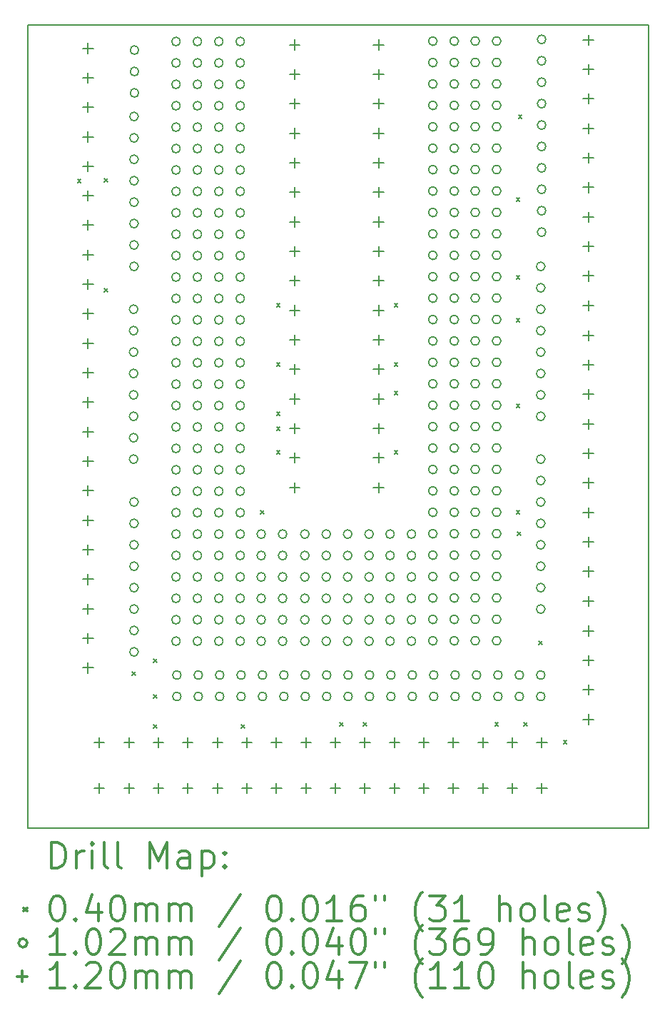
<source format=gbr>
%FSLAX45Y45*%
G04 Gerber Fmt 4.5, Leading zero omitted, Abs format (unit mm)*
G04 Created by KiCad (PCBNEW 201609150817+7155~55~ubuntu16.04.1-) date Thu Sep 29 09:43:52 2016*
%MOMM*%
%LPD*%
G01*
G04 APERTURE LIST*
%ADD10C,0.127000*%
%ADD11C,0.150000*%
%ADD12C,0.200000*%
%ADD13C,0.300000*%
G04 APERTURE END LIST*
D10*
D11*
X12446000Y-15240000D02*
X12446000Y-5715000D01*
X5080000Y-15240000D02*
X12446000Y-15240000D01*
X5080000Y-5715000D02*
X5080000Y-15240000D01*
X12446000Y-5715000D02*
X5080000Y-5715000D01*
D12*
X5669600Y-7549200D02*
X5709600Y-7589200D01*
X5709600Y-7549200D02*
X5669600Y-7589200D01*
X5987100Y-7536500D02*
X6027100Y-7576500D01*
X6027100Y-7536500D02*
X5987100Y-7576500D01*
X5987100Y-8844600D02*
X6027100Y-8884600D01*
X6027100Y-8844600D02*
X5987100Y-8884600D01*
X6317300Y-13391200D02*
X6357300Y-13431200D01*
X6357300Y-13391200D02*
X6317300Y-13431200D01*
X6571300Y-13238800D02*
X6611300Y-13278800D01*
X6611300Y-13238800D02*
X6571300Y-13278800D01*
X6571300Y-13657900D02*
X6611300Y-13697900D01*
X6611300Y-13657900D02*
X6571300Y-13697900D01*
X6571300Y-14013500D02*
X6611300Y-14053500D01*
X6611300Y-14013500D02*
X6571300Y-14053500D01*
X7612700Y-14013500D02*
X7652700Y-14053500D01*
X7652700Y-14013500D02*
X7612700Y-14053500D01*
X7841300Y-11473500D02*
X7881300Y-11513500D01*
X7881300Y-11473500D02*
X7841300Y-11513500D01*
X8031800Y-9022400D02*
X8071800Y-9062400D01*
X8071800Y-9022400D02*
X8031800Y-9062400D01*
X8031800Y-9720900D02*
X8071800Y-9760900D01*
X8071800Y-9720900D02*
X8031800Y-9760900D01*
X8031800Y-10305100D02*
X8071800Y-10345100D01*
X8071800Y-10305100D02*
X8031800Y-10345100D01*
X8031800Y-10482900D02*
X8071800Y-10522900D01*
X8071800Y-10482900D02*
X8031800Y-10522900D01*
X8031800Y-10762300D02*
X8071800Y-10802300D01*
X8071800Y-10762300D02*
X8031800Y-10802300D01*
X8781100Y-13988100D02*
X8821100Y-14028100D01*
X8821100Y-13988100D02*
X8781100Y-14028100D01*
X9060500Y-13988100D02*
X9100500Y-14028100D01*
X9100500Y-13988100D02*
X9060500Y-14028100D01*
X9428800Y-9022400D02*
X9468800Y-9062400D01*
X9468800Y-9022400D02*
X9428800Y-9062400D01*
X9428800Y-9720900D02*
X9468800Y-9760900D01*
X9468800Y-9720900D02*
X9428800Y-9760900D01*
X9428800Y-10063800D02*
X9468800Y-10103800D01*
X9468800Y-10063800D02*
X9428800Y-10103800D01*
X9428800Y-10762300D02*
X9468800Y-10802300D01*
X9468800Y-10762300D02*
X9428800Y-10802300D01*
X10622600Y-13988100D02*
X10662600Y-14028100D01*
X10662600Y-13988100D02*
X10622600Y-14028100D01*
X10876600Y-7765100D02*
X10916600Y-7805100D01*
X10916600Y-7765100D02*
X10876600Y-7805100D01*
X10876600Y-8692200D02*
X10916600Y-8732200D01*
X10916600Y-8692200D02*
X10876600Y-8732200D01*
X10876600Y-9200200D02*
X10916600Y-9240200D01*
X10916600Y-9200200D02*
X10876600Y-9240200D01*
X10876600Y-10216200D02*
X10916600Y-10256200D01*
X10916600Y-10216200D02*
X10876600Y-10256200D01*
X10876600Y-11473500D02*
X10916600Y-11513500D01*
X10916600Y-11473500D02*
X10876600Y-11513500D01*
X10889300Y-11727500D02*
X10929300Y-11767500D01*
X10929300Y-11727500D02*
X10889300Y-11767500D01*
X10902000Y-6787200D02*
X10942000Y-6827200D01*
X10942000Y-6787200D02*
X10902000Y-6827200D01*
X10965500Y-13988100D02*
X11005500Y-14028100D01*
X11005500Y-13988100D02*
X10965500Y-14028100D01*
X11143300Y-13022900D02*
X11183300Y-13062900D01*
X11183300Y-13022900D02*
X11143300Y-13062900D01*
X11435400Y-14204000D02*
X11475400Y-14244000D01*
X11475400Y-14204000D02*
X11435400Y-14244000D01*
X6385560Y-9088120D02*
G75*
G03X6385560Y-9088120I-50800J0D01*
G01*
X6385560Y-9342120D02*
G75*
G03X6385560Y-9342120I-50800J0D01*
G01*
X6385560Y-9596120D02*
G75*
G03X6385560Y-9596120I-50800J0D01*
G01*
X6385560Y-9850120D02*
G75*
G03X6385560Y-9850120I-50800J0D01*
G01*
X6385560Y-10104120D02*
G75*
G03X6385560Y-10104120I-50800J0D01*
G01*
X6385560Y-10358120D02*
G75*
G03X6385560Y-10358120I-50800J0D01*
G01*
X6385560Y-10612120D02*
G75*
G03X6385560Y-10612120I-50800J0D01*
G01*
X6385560Y-10866120D02*
G75*
G03X6385560Y-10866120I-50800J0D01*
G01*
X6390640Y-6802120D02*
G75*
G03X6390640Y-6802120I-50800J0D01*
G01*
X6390640Y-7056120D02*
G75*
G03X6390640Y-7056120I-50800J0D01*
G01*
X6390640Y-7310120D02*
G75*
G03X6390640Y-7310120I-50800J0D01*
G01*
X6390640Y-7564120D02*
G75*
G03X6390640Y-7564120I-50800J0D01*
G01*
X6390640Y-7818120D02*
G75*
G03X6390640Y-7818120I-50800J0D01*
G01*
X6390640Y-8072120D02*
G75*
G03X6390640Y-8072120I-50800J0D01*
G01*
X6390640Y-8326120D02*
G75*
G03X6390640Y-8326120I-50800J0D01*
G01*
X6390640Y-8580120D02*
G75*
G03X6390640Y-8580120I-50800J0D01*
G01*
X6390640Y-11374120D02*
G75*
G03X6390640Y-11374120I-50800J0D01*
G01*
X6390640Y-11628120D02*
G75*
G03X6390640Y-11628120I-50800J0D01*
G01*
X6390640Y-11882120D02*
G75*
G03X6390640Y-11882120I-50800J0D01*
G01*
X6390640Y-12136120D02*
G75*
G03X6390640Y-12136120I-50800J0D01*
G01*
X6390640Y-12390120D02*
G75*
G03X6390640Y-12390120I-50800J0D01*
G01*
X6390640Y-12644120D02*
G75*
G03X6390640Y-12644120I-50800J0D01*
G01*
X6390640Y-12898120D02*
G75*
G03X6390640Y-12898120I-50800J0D01*
G01*
X6390640Y-13152120D02*
G75*
G03X6390640Y-13152120I-50800J0D01*
G01*
X6395720Y-6014720D02*
G75*
G03X6395720Y-6014720I-50800J0D01*
G01*
X6395720Y-6268720D02*
G75*
G03X6395720Y-6268720I-50800J0D01*
G01*
X6395720Y-6522720D02*
G75*
G03X6395720Y-6522720I-50800J0D01*
G01*
X6888480Y-5913120D02*
G75*
G03X6888480Y-5913120I-50800J0D01*
G01*
X6888480Y-6167120D02*
G75*
G03X6888480Y-6167120I-50800J0D01*
G01*
X6888480Y-6421120D02*
G75*
G03X6888480Y-6421120I-50800J0D01*
G01*
X6888480Y-6675120D02*
G75*
G03X6888480Y-6675120I-50800J0D01*
G01*
X6888480Y-6929120D02*
G75*
G03X6888480Y-6929120I-50800J0D01*
G01*
X6888480Y-7183120D02*
G75*
G03X6888480Y-7183120I-50800J0D01*
G01*
X6888480Y-7437120D02*
G75*
G03X6888480Y-7437120I-50800J0D01*
G01*
X6888480Y-7691120D02*
G75*
G03X6888480Y-7691120I-50800J0D01*
G01*
X6888480Y-7945120D02*
G75*
G03X6888480Y-7945120I-50800J0D01*
G01*
X6888480Y-8199120D02*
G75*
G03X6888480Y-8199120I-50800J0D01*
G01*
X6888480Y-8453120D02*
G75*
G03X6888480Y-8453120I-50800J0D01*
G01*
X6888480Y-8707120D02*
G75*
G03X6888480Y-8707120I-50800J0D01*
G01*
X6888480Y-8961120D02*
G75*
G03X6888480Y-8961120I-50800J0D01*
G01*
X6888480Y-9215120D02*
G75*
G03X6888480Y-9215120I-50800J0D01*
G01*
X6888480Y-9469120D02*
G75*
G03X6888480Y-9469120I-50800J0D01*
G01*
X6888480Y-9723120D02*
G75*
G03X6888480Y-9723120I-50800J0D01*
G01*
X6888480Y-9977120D02*
G75*
G03X6888480Y-9977120I-50800J0D01*
G01*
X6888480Y-10231120D02*
G75*
G03X6888480Y-10231120I-50800J0D01*
G01*
X6888480Y-10485120D02*
G75*
G03X6888480Y-10485120I-50800J0D01*
G01*
X6888480Y-10739120D02*
G75*
G03X6888480Y-10739120I-50800J0D01*
G01*
X6888480Y-10993120D02*
G75*
G03X6888480Y-10993120I-50800J0D01*
G01*
X6888480Y-11247120D02*
G75*
G03X6888480Y-11247120I-50800J0D01*
G01*
X6888480Y-11501120D02*
G75*
G03X6888480Y-11501120I-50800J0D01*
G01*
X6888480Y-11755120D02*
G75*
G03X6888480Y-11755120I-50800J0D01*
G01*
X6888480Y-12009120D02*
G75*
G03X6888480Y-12009120I-50800J0D01*
G01*
X6888480Y-12263120D02*
G75*
G03X6888480Y-12263120I-50800J0D01*
G01*
X6888480Y-12517120D02*
G75*
G03X6888480Y-12517120I-50800J0D01*
G01*
X6888480Y-12771120D02*
G75*
G03X6888480Y-12771120I-50800J0D01*
G01*
X6888480Y-13025120D02*
G75*
G03X6888480Y-13025120I-50800J0D01*
G01*
X6898640Y-13426440D02*
G75*
G03X6898640Y-13426440I-50800J0D01*
G01*
X6898640Y-13680440D02*
G75*
G03X6898640Y-13680440I-50800J0D01*
G01*
X7142480Y-5913120D02*
G75*
G03X7142480Y-5913120I-50800J0D01*
G01*
X7142480Y-6167120D02*
G75*
G03X7142480Y-6167120I-50800J0D01*
G01*
X7142480Y-6421120D02*
G75*
G03X7142480Y-6421120I-50800J0D01*
G01*
X7142480Y-6675120D02*
G75*
G03X7142480Y-6675120I-50800J0D01*
G01*
X7142480Y-6929120D02*
G75*
G03X7142480Y-6929120I-50800J0D01*
G01*
X7142480Y-7183120D02*
G75*
G03X7142480Y-7183120I-50800J0D01*
G01*
X7142480Y-7437120D02*
G75*
G03X7142480Y-7437120I-50800J0D01*
G01*
X7142480Y-7691120D02*
G75*
G03X7142480Y-7691120I-50800J0D01*
G01*
X7142480Y-7945120D02*
G75*
G03X7142480Y-7945120I-50800J0D01*
G01*
X7142480Y-8199120D02*
G75*
G03X7142480Y-8199120I-50800J0D01*
G01*
X7142480Y-8453120D02*
G75*
G03X7142480Y-8453120I-50800J0D01*
G01*
X7142480Y-8707120D02*
G75*
G03X7142480Y-8707120I-50800J0D01*
G01*
X7142480Y-8961120D02*
G75*
G03X7142480Y-8961120I-50800J0D01*
G01*
X7142480Y-9215120D02*
G75*
G03X7142480Y-9215120I-50800J0D01*
G01*
X7142480Y-9469120D02*
G75*
G03X7142480Y-9469120I-50800J0D01*
G01*
X7142480Y-9723120D02*
G75*
G03X7142480Y-9723120I-50800J0D01*
G01*
X7142480Y-9977120D02*
G75*
G03X7142480Y-9977120I-50800J0D01*
G01*
X7142480Y-10231120D02*
G75*
G03X7142480Y-10231120I-50800J0D01*
G01*
X7142480Y-10485120D02*
G75*
G03X7142480Y-10485120I-50800J0D01*
G01*
X7142480Y-10739120D02*
G75*
G03X7142480Y-10739120I-50800J0D01*
G01*
X7142480Y-10993120D02*
G75*
G03X7142480Y-10993120I-50800J0D01*
G01*
X7142480Y-11247120D02*
G75*
G03X7142480Y-11247120I-50800J0D01*
G01*
X7142480Y-11501120D02*
G75*
G03X7142480Y-11501120I-50800J0D01*
G01*
X7142480Y-11755120D02*
G75*
G03X7142480Y-11755120I-50800J0D01*
G01*
X7142480Y-12009120D02*
G75*
G03X7142480Y-12009120I-50800J0D01*
G01*
X7142480Y-12263120D02*
G75*
G03X7142480Y-12263120I-50800J0D01*
G01*
X7142480Y-12517120D02*
G75*
G03X7142480Y-12517120I-50800J0D01*
G01*
X7142480Y-12771120D02*
G75*
G03X7142480Y-12771120I-50800J0D01*
G01*
X7142480Y-13025120D02*
G75*
G03X7142480Y-13025120I-50800J0D01*
G01*
X7152640Y-13426440D02*
G75*
G03X7152640Y-13426440I-50800J0D01*
G01*
X7152640Y-13680440D02*
G75*
G03X7152640Y-13680440I-50800J0D01*
G01*
X7396480Y-5913120D02*
G75*
G03X7396480Y-5913120I-50800J0D01*
G01*
X7396480Y-6167120D02*
G75*
G03X7396480Y-6167120I-50800J0D01*
G01*
X7396480Y-6421120D02*
G75*
G03X7396480Y-6421120I-50800J0D01*
G01*
X7396480Y-6675120D02*
G75*
G03X7396480Y-6675120I-50800J0D01*
G01*
X7396480Y-6929120D02*
G75*
G03X7396480Y-6929120I-50800J0D01*
G01*
X7396480Y-7183120D02*
G75*
G03X7396480Y-7183120I-50800J0D01*
G01*
X7396480Y-7437120D02*
G75*
G03X7396480Y-7437120I-50800J0D01*
G01*
X7396480Y-7691120D02*
G75*
G03X7396480Y-7691120I-50800J0D01*
G01*
X7396480Y-7945120D02*
G75*
G03X7396480Y-7945120I-50800J0D01*
G01*
X7396480Y-8199120D02*
G75*
G03X7396480Y-8199120I-50800J0D01*
G01*
X7396480Y-8453120D02*
G75*
G03X7396480Y-8453120I-50800J0D01*
G01*
X7396480Y-8707120D02*
G75*
G03X7396480Y-8707120I-50800J0D01*
G01*
X7396480Y-8961120D02*
G75*
G03X7396480Y-8961120I-50800J0D01*
G01*
X7396480Y-9215120D02*
G75*
G03X7396480Y-9215120I-50800J0D01*
G01*
X7396480Y-9469120D02*
G75*
G03X7396480Y-9469120I-50800J0D01*
G01*
X7396480Y-9723120D02*
G75*
G03X7396480Y-9723120I-50800J0D01*
G01*
X7396480Y-9977120D02*
G75*
G03X7396480Y-9977120I-50800J0D01*
G01*
X7396480Y-10231120D02*
G75*
G03X7396480Y-10231120I-50800J0D01*
G01*
X7396480Y-10485120D02*
G75*
G03X7396480Y-10485120I-50800J0D01*
G01*
X7396480Y-10739120D02*
G75*
G03X7396480Y-10739120I-50800J0D01*
G01*
X7396480Y-10993120D02*
G75*
G03X7396480Y-10993120I-50800J0D01*
G01*
X7396480Y-11247120D02*
G75*
G03X7396480Y-11247120I-50800J0D01*
G01*
X7396480Y-11501120D02*
G75*
G03X7396480Y-11501120I-50800J0D01*
G01*
X7396480Y-11755120D02*
G75*
G03X7396480Y-11755120I-50800J0D01*
G01*
X7396480Y-12009120D02*
G75*
G03X7396480Y-12009120I-50800J0D01*
G01*
X7396480Y-12263120D02*
G75*
G03X7396480Y-12263120I-50800J0D01*
G01*
X7396480Y-12517120D02*
G75*
G03X7396480Y-12517120I-50800J0D01*
G01*
X7396480Y-12771120D02*
G75*
G03X7396480Y-12771120I-50800J0D01*
G01*
X7396480Y-13025120D02*
G75*
G03X7396480Y-13025120I-50800J0D01*
G01*
X7406640Y-13426440D02*
G75*
G03X7406640Y-13426440I-50800J0D01*
G01*
X7406640Y-13680440D02*
G75*
G03X7406640Y-13680440I-50800J0D01*
G01*
X7650480Y-5913120D02*
G75*
G03X7650480Y-5913120I-50800J0D01*
G01*
X7650480Y-6167120D02*
G75*
G03X7650480Y-6167120I-50800J0D01*
G01*
X7650480Y-6421120D02*
G75*
G03X7650480Y-6421120I-50800J0D01*
G01*
X7650480Y-6675120D02*
G75*
G03X7650480Y-6675120I-50800J0D01*
G01*
X7650480Y-6929120D02*
G75*
G03X7650480Y-6929120I-50800J0D01*
G01*
X7650480Y-7183120D02*
G75*
G03X7650480Y-7183120I-50800J0D01*
G01*
X7650480Y-7437120D02*
G75*
G03X7650480Y-7437120I-50800J0D01*
G01*
X7650480Y-7691120D02*
G75*
G03X7650480Y-7691120I-50800J0D01*
G01*
X7650480Y-7945120D02*
G75*
G03X7650480Y-7945120I-50800J0D01*
G01*
X7650480Y-8199120D02*
G75*
G03X7650480Y-8199120I-50800J0D01*
G01*
X7650480Y-8453120D02*
G75*
G03X7650480Y-8453120I-50800J0D01*
G01*
X7650480Y-8707120D02*
G75*
G03X7650480Y-8707120I-50800J0D01*
G01*
X7650480Y-8961120D02*
G75*
G03X7650480Y-8961120I-50800J0D01*
G01*
X7650480Y-9215120D02*
G75*
G03X7650480Y-9215120I-50800J0D01*
G01*
X7650480Y-9469120D02*
G75*
G03X7650480Y-9469120I-50800J0D01*
G01*
X7650480Y-9723120D02*
G75*
G03X7650480Y-9723120I-50800J0D01*
G01*
X7650480Y-9977120D02*
G75*
G03X7650480Y-9977120I-50800J0D01*
G01*
X7650480Y-10231120D02*
G75*
G03X7650480Y-10231120I-50800J0D01*
G01*
X7650480Y-10485120D02*
G75*
G03X7650480Y-10485120I-50800J0D01*
G01*
X7650480Y-10739120D02*
G75*
G03X7650480Y-10739120I-50800J0D01*
G01*
X7650480Y-10993120D02*
G75*
G03X7650480Y-10993120I-50800J0D01*
G01*
X7650480Y-11247120D02*
G75*
G03X7650480Y-11247120I-50800J0D01*
G01*
X7650480Y-11501120D02*
G75*
G03X7650480Y-11501120I-50800J0D01*
G01*
X7650480Y-11755120D02*
G75*
G03X7650480Y-11755120I-50800J0D01*
G01*
X7650480Y-12009120D02*
G75*
G03X7650480Y-12009120I-50800J0D01*
G01*
X7650480Y-12263120D02*
G75*
G03X7650480Y-12263120I-50800J0D01*
G01*
X7650480Y-12517120D02*
G75*
G03X7650480Y-12517120I-50800J0D01*
G01*
X7650480Y-12771120D02*
G75*
G03X7650480Y-12771120I-50800J0D01*
G01*
X7650480Y-13025120D02*
G75*
G03X7650480Y-13025120I-50800J0D01*
G01*
X7660640Y-13426440D02*
G75*
G03X7660640Y-13426440I-50800J0D01*
G01*
X7660640Y-13680440D02*
G75*
G03X7660640Y-13680440I-50800J0D01*
G01*
X7899400Y-11755120D02*
G75*
G03X7899400Y-11755120I-50800J0D01*
G01*
X7899400Y-12009120D02*
G75*
G03X7899400Y-12009120I-50800J0D01*
G01*
X7899400Y-12263120D02*
G75*
G03X7899400Y-12263120I-50800J0D01*
G01*
X7899400Y-12517120D02*
G75*
G03X7899400Y-12517120I-50800J0D01*
G01*
X7899400Y-12771120D02*
G75*
G03X7899400Y-12771120I-50800J0D01*
G01*
X7899400Y-13025120D02*
G75*
G03X7899400Y-13025120I-50800J0D01*
G01*
X7914640Y-13426440D02*
G75*
G03X7914640Y-13426440I-50800J0D01*
G01*
X7914640Y-13680440D02*
G75*
G03X7914640Y-13680440I-50800J0D01*
G01*
X8153400Y-11755120D02*
G75*
G03X8153400Y-11755120I-50800J0D01*
G01*
X8153400Y-12009120D02*
G75*
G03X8153400Y-12009120I-50800J0D01*
G01*
X8153400Y-12263120D02*
G75*
G03X8153400Y-12263120I-50800J0D01*
G01*
X8153400Y-12517120D02*
G75*
G03X8153400Y-12517120I-50800J0D01*
G01*
X8153400Y-12771120D02*
G75*
G03X8153400Y-12771120I-50800J0D01*
G01*
X8153400Y-13025120D02*
G75*
G03X8153400Y-13025120I-50800J0D01*
G01*
X8168640Y-13426440D02*
G75*
G03X8168640Y-13426440I-50800J0D01*
G01*
X8168640Y-13680440D02*
G75*
G03X8168640Y-13680440I-50800J0D01*
G01*
X8417560Y-11755120D02*
G75*
G03X8417560Y-11755120I-50800J0D01*
G01*
X8417560Y-12009120D02*
G75*
G03X8417560Y-12009120I-50800J0D01*
G01*
X8417560Y-12263120D02*
G75*
G03X8417560Y-12263120I-50800J0D01*
G01*
X8417560Y-12517120D02*
G75*
G03X8417560Y-12517120I-50800J0D01*
G01*
X8417560Y-12771120D02*
G75*
G03X8417560Y-12771120I-50800J0D01*
G01*
X8417560Y-13025120D02*
G75*
G03X8417560Y-13025120I-50800J0D01*
G01*
X8422640Y-13426440D02*
G75*
G03X8422640Y-13426440I-50800J0D01*
G01*
X8422640Y-13680440D02*
G75*
G03X8422640Y-13680440I-50800J0D01*
G01*
X8671560Y-11755120D02*
G75*
G03X8671560Y-11755120I-50800J0D01*
G01*
X8671560Y-12009120D02*
G75*
G03X8671560Y-12009120I-50800J0D01*
G01*
X8671560Y-12263120D02*
G75*
G03X8671560Y-12263120I-50800J0D01*
G01*
X8671560Y-12517120D02*
G75*
G03X8671560Y-12517120I-50800J0D01*
G01*
X8671560Y-12771120D02*
G75*
G03X8671560Y-12771120I-50800J0D01*
G01*
X8671560Y-13025120D02*
G75*
G03X8671560Y-13025120I-50800J0D01*
G01*
X8676640Y-13426440D02*
G75*
G03X8676640Y-13426440I-50800J0D01*
G01*
X8676640Y-13680440D02*
G75*
G03X8676640Y-13680440I-50800J0D01*
G01*
X8925560Y-11755120D02*
G75*
G03X8925560Y-11755120I-50800J0D01*
G01*
X8925560Y-12009120D02*
G75*
G03X8925560Y-12009120I-50800J0D01*
G01*
X8925560Y-12263120D02*
G75*
G03X8925560Y-12263120I-50800J0D01*
G01*
X8925560Y-12517120D02*
G75*
G03X8925560Y-12517120I-50800J0D01*
G01*
X8925560Y-12771120D02*
G75*
G03X8925560Y-12771120I-50800J0D01*
G01*
X8925560Y-13025120D02*
G75*
G03X8925560Y-13025120I-50800J0D01*
G01*
X8930640Y-13426440D02*
G75*
G03X8930640Y-13426440I-50800J0D01*
G01*
X8930640Y-13680440D02*
G75*
G03X8930640Y-13680440I-50800J0D01*
G01*
X9179560Y-11755120D02*
G75*
G03X9179560Y-11755120I-50800J0D01*
G01*
X9179560Y-12009120D02*
G75*
G03X9179560Y-12009120I-50800J0D01*
G01*
X9179560Y-12263120D02*
G75*
G03X9179560Y-12263120I-50800J0D01*
G01*
X9179560Y-12517120D02*
G75*
G03X9179560Y-12517120I-50800J0D01*
G01*
X9179560Y-12771120D02*
G75*
G03X9179560Y-12771120I-50800J0D01*
G01*
X9179560Y-13025120D02*
G75*
G03X9179560Y-13025120I-50800J0D01*
G01*
X9184640Y-13426440D02*
G75*
G03X9184640Y-13426440I-50800J0D01*
G01*
X9184640Y-13680440D02*
G75*
G03X9184640Y-13680440I-50800J0D01*
G01*
X9428480Y-11755120D02*
G75*
G03X9428480Y-11755120I-50800J0D01*
G01*
X9428480Y-12009120D02*
G75*
G03X9428480Y-12009120I-50800J0D01*
G01*
X9428480Y-12263120D02*
G75*
G03X9428480Y-12263120I-50800J0D01*
G01*
X9428480Y-12517120D02*
G75*
G03X9428480Y-12517120I-50800J0D01*
G01*
X9428480Y-12771120D02*
G75*
G03X9428480Y-12771120I-50800J0D01*
G01*
X9428480Y-13025120D02*
G75*
G03X9428480Y-13025120I-50800J0D01*
G01*
X9438640Y-13426440D02*
G75*
G03X9438640Y-13426440I-50800J0D01*
G01*
X9438640Y-13680440D02*
G75*
G03X9438640Y-13680440I-50800J0D01*
G01*
X9682480Y-11755120D02*
G75*
G03X9682480Y-11755120I-50800J0D01*
G01*
X9682480Y-12009120D02*
G75*
G03X9682480Y-12009120I-50800J0D01*
G01*
X9682480Y-12263120D02*
G75*
G03X9682480Y-12263120I-50800J0D01*
G01*
X9682480Y-12517120D02*
G75*
G03X9682480Y-12517120I-50800J0D01*
G01*
X9682480Y-12771120D02*
G75*
G03X9682480Y-12771120I-50800J0D01*
G01*
X9682480Y-13025120D02*
G75*
G03X9682480Y-13025120I-50800J0D01*
G01*
X9692640Y-13426440D02*
G75*
G03X9692640Y-13426440I-50800J0D01*
G01*
X9692640Y-13680440D02*
G75*
G03X9692640Y-13680440I-50800J0D01*
G01*
X9936480Y-5908040D02*
G75*
G03X9936480Y-5908040I-50800J0D01*
G01*
X9936480Y-6162040D02*
G75*
G03X9936480Y-6162040I-50800J0D01*
G01*
X9936480Y-6416040D02*
G75*
G03X9936480Y-6416040I-50800J0D01*
G01*
X9936480Y-6670040D02*
G75*
G03X9936480Y-6670040I-50800J0D01*
G01*
X9936480Y-6924040D02*
G75*
G03X9936480Y-6924040I-50800J0D01*
G01*
X9936480Y-7178040D02*
G75*
G03X9936480Y-7178040I-50800J0D01*
G01*
X9936480Y-7432040D02*
G75*
G03X9936480Y-7432040I-50800J0D01*
G01*
X9936480Y-7686040D02*
G75*
G03X9936480Y-7686040I-50800J0D01*
G01*
X9936480Y-7940040D02*
G75*
G03X9936480Y-7940040I-50800J0D01*
G01*
X9936480Y-8194040D02*
G75*
G03X9936480Y-8194040I-50800J0D01*
G01*
X9936480Y-8448040D02*
G75*
G03X9936480Y-8448040I-50800J0D01*
G01*
X9936480Y-8702040D02*
G75*
G03X9936480Y-8702040I-50800J0D01*
G01*
X9936480Y-8956040D02*
G75*
G03X9936480Y-8956040I-50800J0D01*
G01*
X9936480Y-9210040D02*
G75*
G03X9936480Y-9210040I-50800J0D01*
G01*
X9936480Y-9464040D02*
G75*
G03X9936480Y-9464040I-50800J0D01*
G01*
X9936480Y-9718040D02*
G75*
G03X9936480Y-9718040I-50800J0D01*
G01*
X9936480Y-9972040D02*
G75*
G03X9936480Y-9972040I-50800J0D01*
G01*
X9936480Y-10226040D02*
G75*
G03X9936480Y-10226040I-50800J0D01*
G01*
X9936480Y-10480040D02*
G75*
G03X9936480Y-10480040I-50800J0D01*
G01*
X9936480Y-10734040D02*
G75*
G03X9936480Y-10734040I-50800J0D01*
G01*
X9936480Y-10988040D02*
G75*
G03X9936480Y-10988040I-50800J0D01*
G01*
X9936480Y-11242040D02*
G75*
G03X9936480Y-11242040I-50800J0D01*
G01*
X9936480Y-11496040D02*
G75*
G03X9936480Y-11496040I-50800J0D01*
G01*
X9936480Y-11750040D02*
G75*
G03X9936480Y-11750040I-50800J0D01*
G01*
X9936480Y-12004040D02*
G75*
G03X9936480Y-12004040I-50800J0D01*
G01*
X9936480Y-12258040D02*
G75*
G03X9936480Y-12258040I-50800J0D01*
G01*
X9936480Y-12512040D02*
G75*
G03X9936480Y-12512040I-50800J0D01*
G01*
X9936480Y-12766040D02*
G75*
G03X9936480Y-12766040I-50800J0D01*
G01*
X9936480Y-13020040D02*
G75*
G03X9936480Y-13020040I-50800J0D01*
G01*
X9946640Y-13426440D02*
G75*
G03X9946640Y-13426440I-50800J0D01*
G01*
X9946640Y-13680440D02*
G75*
G03X9946640Y-13680440I-50800J0D01*
G01*
X10190480Y-5908040D02*
G75*
G03X10190480Y-5908040I-50800J0D01*
G01*
X10190480Y-6162040D02*
G75*
G03X10190480Y-6162040I-50800J0D01*
G01*
X10190480Y-6416040D02*
G75*
G03X10190480Y-6416040I-50800J0D01*
G01*
X10190480Y-6670040D02*
G75*
G03X10190480Y-6670040I-50800J0D01*
G01*
X10190480Y-6924040D02*
G75*
G03X10190480Y-6924040I-50800J0D01*
G01*
X10190480Y-7178040D02*
G75*
G03X10190480Y-7178040I-50800J0D01*
G01*
X10190480Y-7432040D02*
G75*
G03X10190480Y-7432040I-50800J0D01*
G01*
X10190480Y-7686040D02*
G75*
G03X10190480Y-7686040I-50800J0D01*
G01*
X10190480Y-7940040D02*
G75*
G03X10190480Y-7940040I-50800J0D01*
G01*
X10190480Y-8194040D02*
G75*
G03X10190480Y-8194040I-50800J0D01*
G01*
X10190480Y-8448040D02*
G75*
G03X10190480Y-8448040I-50800J0D01*
G01*
X10190480Y-8702040D02*
G75*
G03X10190480Y-8702040I-50800J0D01*
G01*
X10190480Y-8956040D02*
G75*
G03X10190480Y-8956040I-50800J0D01*
G01*
X10190480Y-9210040D02*
G75*
G03X10190480Y-9210040I-50800J0D01*
G01*
X10190480Y-9464040D02*
G75*
G03X10190480Y-9464040I-50800J0D01*
G01*
X10190480Y-9718040D02*
G75*
G03X10190480Y-9718040I-50800J0D01*
G01*
X10190480Y-9972040D02*
G75*
G03X10190480Y-9972040I-50800J0D01*
G01*
X10190480Y-10226040D02*
G75*
G03X10190480Y-10226040I-50800J0D01*
G01*
X10190480Y-10480040D02*
G75*
G03X10190480Y-10480040I-50800J0D01*
G01*
X10190480Y-10734040D02*
G75*
G03X10190480Y-10734040I-50800J0D01*
G01*
X10190480Y-10988040D02*
G75*
G03X10190480Y-10988040I-50800J0D01*
G01*
X10190480Y-11242040D02*
G75*
G03X10190480Y-11242040I-50800J0D01*
G01*
X10190480Y-11496040D02*
G75*
G03X10190480Y-11496040I-50800J0D01*
G01*
X10190480Y-11750040D02*
G75*
G03X10190480Y-11750040I-50800J0D01*
G01*
X10190480Y-12004040D02*
G75*
G03X10190480Y-12004040I-50800J0D01*
G01*
X10190480Y-12258040D02*
G75*
G03X10190480Y-12258040I-50800J0D01*
G01*
X10190480Y-12512040D02*
G75*
G03X10190480Y-12512040I-50800J0D01*
G01*
X10190480Y-12766040D02*
G75*
G03X10190480Y-12766040I-50800J0D01*
G01*
X10190480Y-13020040D02*
G75*
G03X10190480Y-13020040I-50800J0D01*
G01*
X10200640Y-13426440D02*
G75*
G03X10200640Y-13426440I-50800J0D01*
G01*
X10200640Y-13680440D02*
G75*
G03X10200640Y-13680440I-50800J0D01*
G01*
X10439400Y-5908040D02*
G75*
G03X10439400Y-5908040I-50800J0D01*
G01*
X10439400Y-6162040D02*
G75*
G03X10439400Y-6162040I-50800J0D01*
G01*
X10439400Y-6416040D02*
G75*
G03X10439400Y-6416040I-50800J0D01*
G01*
X10439400Y-6670040D02*
G75*
G03X10439400Y-6670040I-50800J0D01*
G01*
X10439400Y-6924040D02*
G75*
G03X10439400Y-6924040I-50800J0D01*
G01*
X10439400Y-7178040D02*
G75*
G03X10439400Y-7178040I-50800J0D01*
G01*
X10439400Y-7432040D02*
G75*
G03X10439400Y-7432040I-50800J0D01*
G01*
X10439400Y-7686040D02*
G75*
G03X10439400Y-7686040I-50800J0D01*
G01*
X10439400Y-7940040D02*
G75*
G03X10439400Y-7940040I-50800J0D01*
G01*
X10439400Y-8194040D02*
G75*
G03X10439400Y-8194040I-50800J0D01*
G01*
X10439400Y-8448040D02*
G75*
G03X10439400Y-8448040I-50800J0D01*
G01*
X10439400Y-8702040D02*
G75*
G03X10439400Y-8702040I-50800J0D01*
G01*
X10439400Y-8956040D02*
G75*
G03X10439400Y-8956040I-50800J0D01*
G01*
X10439400Y-9210040D02*
G75*
G03X10439400Y-9210040I-50800J0D01*
G01*
X10439400Y-9464040D02*
G75*
G03X10439400Y-9464040I-50800J0D01*
G01*
X10439400Y-9718040D02*
G75*
G03X10439400Y-9718040I-50800J0D01*
G01*
X10439400Y-9972040D02*
G75*
G03X10439400Y-9972040I-50800J0D01*
G01*
X10439400Y-10226040D02*
G75*
G03X10439400Y-10226040I-50800J0D01*
G01*
X10439400Y-10480040D02*
G75*
G03X10439400Y-10480040I-50800J0D01*
G01*
X10439400Y-10734040D02*
G75*
G03X10439400Y-10734040I-50800J0D01*
G01*
X10439400Y-10988040D02*
G75*
G03X10439400Y-10988040I-50800J0D01*
G01*
X10439400Y-11242040D02*
G75*
G03X10439400Y-11242040I-50800J0D01*
G01*
X10439400Y-11496040D02*
G75*
G03X10439400Y-11496040I-50800J0D01*
G01*
X10439400Y-11750040D02*
G75*
G03X10439400Y-11750040I-50800J0D01*
G01*
X10439400Y-12004040D02*
G75*
G03X10439400Y-12004040I-50800J0D01*
G01*
X10439400Y-12258040D02*
G75*
G03X10439400Y-12258040I-50800J0D01*
G01*
X10439400Y-12512040D02*
G75*
G03X10439400Y-12512040I-50800J0D01*
G01*
X10439400Y-12766040D02*
G75*
G03X10439400Y-12766040I-50800J0D01*
G01*
X10439400Y-13020040D02*
G75*
G03X10439400Y-13020040I-50800J0D01*
G01*
X10454640Y-13426440D02*
G75*
G03X10454640Y-13426440I-50800J0D01*
G01*
X10454640Y-13680440D02*
G75*
G03X10454640Y-13680440I-50800J0D01*
G01*
X10693400Y-5908040D02*
G75*
G03X10693400Y-5908040I-50800J0D01*
G01*
X10693400Y-6162040D02*
G75*
G03X10693400Y-6162040I-50800J0D01*
G01*
X10693400Y-6416040D02*
G75*
G03X10693400Y-6416040I-50800J0D01*
G01*
X10693400Y-6670040D02*
G75*
G03X10693400Y-6670040I-50800J0D01*
G01*
X10693400Y-6924040D02*
G75*
G03X10693400Y-6924040I-50800J0D01*
G01*
X10693400Y-7178040D02*
G75*
G03X10693400Y-7178040I-50800J0D01*
G01*
X10693400Y-7432040D02*
G75*
G03X10693400Y-7432040I-50800J0D01*
G01*
X10693400Y-7686040D02*
G75*
G03X10693400Y-7686040I-50800J0D01*
G01*
X10693400Y-7940040D02*
G75*
G03X10693400Y-7940040I-50800J0D01*
G01*
X10693400Y-8194040D02*
G75*
G03X10693400Y-8194040I-50800J0D01*
G01*
X10693400Y-8448040D02*
G75*
G03X10693400Y-8448040I-50800J0D01*
G01*
X10693400Y-8702040D02*
G75*
G03X10693400Y-8702040I-50800J0D01*
G01*
X10693400Y-8956040D02*
G75*
G03X10693400Y-8956040I-50800J0D01*
G01*
X10693400Y-9210040D02*
G75*
G03X10693400Y-9210040I-50800J0D01*
G01*
X10693400Y-9464040D02*
G75*
G03X10693400Y-9464040I-50800J0D01*
G01*
X10693400Y-9718040D02*
G75*
G03X10693400Y-9718040I-50800J0D01*
G01*
X10693400Y-9972040D02*
G75*
G03X10693400Y-9972040I-50800J0D01*
G01*
X10693400Y-10226040D02*
G75*
G03X10693400Y-10226040I-50800J0D01*
G01*
X10693400Y-10480040D02*
G75*
G03X10693400Y-10480040I-50800J0D01*
G01*
X10693400Y-10734040D02*
G75*
G03X10693400Y-10734040I-50800J0D01*
G01*
X10693400Y-10988040D02*
G75*
G03X10693400Y-10988040I-50800J0D01*
G01*
X10693400Y-11242040D02*
G75*
G03X10693400Y-11242040I-50800J0D01*
G01*
X10693400Y-11496040D02*
G75*
G03X10693400Y-11496040I-50800J0D01*
G01*
X10693400Y-11750040D02*
G75*
G03X10693400Y-11750040I-50800J0D01*
G01*
X10693400Y-12004040D02*
G75*
G03X10693400Y-12004040I-50800J0D01*
G01*
X10693400Y-12258040D02*
G75*
G03X10693400Y-12258040I-50800J0D01*
G01*
X10693400Y-12512040D02*
G75*
G03X10693400Y-12512040I-50800J0D01*
G01*
X10693400Y-12766040D02*
G75*
G03X10693400Y-12766040I-50800J0D01*
G01*
X10693400Y-13020040D02*
G75*
G03X10693400Y-13020040I-50800J0D01*
G01*
X10708640Y-13426440D02*
G75*
G03X10708640Y-13426440I-50800J0D01*
G01*
X10708640Y-13680440D02*
G75*
G03X10708640Y-13680440I-50800J0D01*
G01*
X10962640Y-13426440D02*
G75*
G03X10962640Y-13426440I-50800J0D01*
G01*
X10962640Y-13680440D02*
G75*
G03X10962640Y-13680440I-50800J0D01*
G01*
X11216640Y-8580120D02*
G75*
G03X11216640Y-8580120I-50800J0D01*
G01*
X11216640Y-8834120D02*
G75*
G03X11216640Y-8834120I-50800J0D01*
G01*
X11216640Y-9088120D02*
G75*
G03X11216640Y-9088120I-50800J0D01*
G01*
X11216640Y-9342120D02*
G75*
G03X11216640Y-9342120I-50800J0D01*
G01*
X11216640Y-9596120D02*
G75*
G03X11216640Y-9596120I-50800J0D01*
G01*
X11216640Y-9850120D02*
G75*
G03X11216640Y-9850120I-50800J0D01*
G01*
X11216640Y-10104120D02*
G75*
G03X11216640Y-10104120I-50800J0D01*
G01*
X11216640Y-10358120D02*
G75*
G03X11216640Y-10358120I-50800J0D01*
G01*
X11216640Y-10866120D02*
G75*
G03X11216640Y-10866120I-50800J0D01*
G01*
X11216640Y-11120120D02*
G75*
G03X11216640Y-11120120I-50800J0D01*
G01*
X11216640Y-11374120D02*
G75*
G03X11216640Y-11374120I-50800J0D01*
G01*
X11216640Y-11628120D02*
G75*
G03X11216640Y-11628120I-50800J0D01*
G01*
X11216640Y-11882120D02*
G75*
G03X11216640Y-11882120I-50800J0D01*
G01*
X11216640Y-12136120D02*
G75*
G03X11216640Y-12136120I-50800J0D01*
G01*
X11216640Y-12390120D02*
G75*
G03X11216640Y-12390120I-50800J0D01*
G01*
X11216640Y-12644120D02*
G75*
G03X11216640Y-12644120I-50800J0D01*
G01*
X11216640Y-13426440D02*
G75*
G03X11216640Y-13426440I-50800J0D01*
G01*
X11216640Y-13680440D02*
G75*
G03X11216640Y-13680440I-50800J0D01*
G01*
X11226800Y-5887720D02*
G75*
G03X11226800Y-5887720I-50800J0D01*
G01*
X11226800Y-6141720D02*
G75*
G03X11226800Y-6141720I-50800J0D01*
G01*
X11226800Y-6395720D02*
G75*
G03X11226800Y-6395720I-50800J0D01*
G01*
X11226800Y-6649720D02*
G75*
G03X11226800Y-6649720I-50800J0D01*
G01*
X11226800Y-6903720D02*
G75*
G03X11226800Y-6903720I-50800J0D01*
G01*
X11226800Y-7157720D02*
G75*
G03X11226800Y-7157720I-50800J0D01*
G01*
X11226800Y-7411720D02*
G75*
G03X11226800Y-7411720I-50800J0D01*
G01*
X11226800Y-7665720D02*
G75*
G03X11226800Y-7665720I-50800J0D01*
G01*
X11226800Y-7919720D02*
G75*
G03X11226800Y-7919720I-50800J0D01*
G01*
X11226800Y-8173720D02*
G75*
G03X11226800Y-8173720I-50800J0D01*
G01*
X5795160Y-5932640D02*
X5795160Y-6052640D01*
X5735160Y-5992640D02*
X5855160Y-5992640D01*
X5795160Y-6282640D02*
X5795160Y-6402640D01*
X5735160Y-6342640D02*
X5855160Y-6342640D01*
X5795160Y-6632640D02*
X5795160Y-6752640D01*
X5735160Y-6692640D02*
X5855160Y-6692640D01*
X5795160Y-6982640D02*
X5795160Y-7102640D01*
X5735160Y-7042640D02*
X5855160Y-7042640D01*
X5795160Y-7331200D02*
X5795160Y-7451200D01*
X5735160Y-7391200D02*
X5855160Y-7391200D01*
X5795160Y-7681200D02*
X5795160Y-7801200D01*
X5735160Y-7741200D02*
X5855160Y-7741200D01*
X5795160Y-8031200D02*
X5795160Y-8151200D01*
X5735160Y-8091200D02*
X5855160Y-8091200D01*
X5795160Y-8381200D02*
X5795160Y-8501200D01*
X5735160Y-8441200D02*
X5855160Y-8441200D01*
X5795160Y-8731200D02*
X5795160Y-8851200D01*
X5735160Y-8791200D02*
X5855160Y-8791200D01*
X5795160Y-9081200D02*
X5795160Y-9201200D01*
X5735160Y-9141200D02*
X5855160Y-9141200D01*
X5795160Y-9431200D02*
X5795160Y-9551200D01*
X5735160Y-9491200D02*
X5855160Y-9491200D01*
X5795160Y-9781200D02*
X5795160Y-9901200D01*
X5735160Y-9841200D02*
X5855160Y-9841200D01*
X5795160Y-10131200D02*
X5795160Y-10251200D01*
X5735160Y-10191200D02*
X5855160Y-10191200D01*
X5795160Y-10481200D02*
X5795160Y-10601200D01*
X5735160Y-10541200D02*
X5855160Y-10541200D01*
X5795160Y-10830800D02*
X5795160Y-10950800D01*
X5735160Y-10890800D02*
X5855160Y-10890800D01*
X5795160Y-11180800D02*
X5795160Y-11300800D01*
X5735160Y-11240800D02*
X5855160Y-11240800D01*
X5795160Y-11530800D02*
X5795160Y-11650800D01*
X5735160Y-11590800D02*
X5855160Y-11590800D01*
X5795160Y-11880800D02*
X5795160Y-12000800D01*
X5735160Y-11940800D02*
X5855160Y-11940800D01*
X5795160Y-12230800D02*
X5795160Y-12350800D01*
X5735160Y-12290800D02*
X5855160Y-12290800D01*
X5795160Y-12580800D02*
X5795160Y-12700800D01*
X5735160Y-12640800D02*
X5855160Y-12640800D01*
X5795160Y-12930800D02*
X5795160Y-13050800D01*
X5735160Y-12990800D02*
X5855160Y-12990800D01*
X5795160Y-13280800D02*
X5795160Y-13400800D01*
X5735160Y-13340800D02*
X5855160Y-13340800D01*
X5929720Y-14165120D02*
X5929720Y-14285120D01*
X5869720Y-14225120D02*
X5989720Y-14225120D01*
X5929720Y-14708680D02*
X5929720Y-14828680D01*
X5869720Y-14768680D02*
X5989720Y-14768680D01*
X6279720Y-14165120D02*
X6279720Y-14285120D01*
X6219720Y-14225120D02*
X6339720Y-14225120D01*
X6279720Y-14708680D02*
X6279720Y-14828680D01*
X6219720Y-14768680D02*
X6339720Y-14768680D01*
X6629720Y-14165120D02*
X6629720Y-14285120D01*
X6569720Y-14225120D02*
X6689720Y-14225120D01*
X6629720Y-14708680D02*
X6629720Y-14828680D01*
X6569720Y-14768680D02*
X6689720Y-14768680D01*
X6979720Y-14165120D02*
X6979720Y-14285120D01*
X6919720Y-14225120D02*
X7039720Y-14225120D01*
X6979720Y-14708680D02*
X6979720Y-14828680D01*
X6919720Y-14768680D02*
X7039720Y-14768680D01*
X7329720Y-14165120D02*
X7329720Y-14285120D01*
X7269720Y-14225120D02*
X7389720Y-14225120D01*
X7329720Y-14708680D02*
X7329720Y-14828680D01*
X7269720Y-14768680D02*
X7389720Y-14768680D01*
X7679720Y-14165120D02*
X7679720Y-14285120D01*
X7619720Y-14225120D02*
X7739720Y-14225120D01*
X7679720Y-14708680D02*
X7679720Y-14828680D01*
X7619720Y-14768680D02*
X7739720Y-14768680D01*
X8029720Y-14165120D02*
X8029720Y-14285120D01*
X7969720Y-14225120D02*
X8089720Y-14225120D01*
X8029720Y-14708680D02*
X8029720Y-14828680D01*
X7969720Y-14768680D02*
X8089720Y-14768680D01*
X8248800Y-5890040D02*
X8248800Y-6010040D01*
X8188800Y-5950040D02*
X8308800Y-5950040D01*
X8248800Y-6240040D02*
X8248800Y-6360040D01*
X8188800Y-6300040D02*
X8308800Y-6300040D01*
X8248800Y-6590040D02*
X8248800Y-6710040D01*
X8188800Y-6650040D02*
X8308800Y-6650040D01*
X8248800Y-6940040D02*
X8248800Y-7060040D01*
X8188800Y-7000040D02*
X8308800Y-7000040D01*
X8248800Y-7290040D02*
X8248800Y-7410040D01*
X8188800Y-7350040D02*
X8308800Y-7350040D01*
X8248800Y-7640040D02*
X8248800Y-7760040D01*
X8188800Y-7700040D02*
X8308800Y-7700040D01*
X8248800Y-7990040D02*
X8248800Y-8110040D01*
X8188800Y-8050040D02*
X8308800Y-8050040D01*
X8248800Y-8340040D02*
X8248800Y-8460040D01*
X8188800Y-8400040D02*
X8308800Y-8400040D01*
X8248800Y-8690040D02*
X8248800Y-8810040D01*
X8188800Y-8750040D02*
X8308800Y-8750040D01*
X8248800Y-9040040D02*
X8248800Y-9160040D01*
X8188800Y-9100040D02*
X8308800Y-9100040D01*
X8248800Y-9390040D02*
X8248800Y-9510040D01*
X8188800Y-9450040D02*
X8308800Y-9450040D01*
X8248800Y-9740040D02*
X8248800Y-9860040D01*
X8188800Y-9800040D02*
X8308800Y-9800040D01*
X8248800Y-10090040D02*
X8248800Y-10210040D01*
X8188800Y-10150040D02*
X8308800Y-10150040D01*
X8248800Y-10440040D02*
X8248800Y-10560040D01*
X8188800Y-10500040D02*
X8308800Y-10500040D01*
X8248800Y-10790040D02*
X8248800Y-10910040D01*
X8188800Y-10850040D02*
X8308800Y-10850040D01*
X8248800Y-11140040D02*
X8248800Y-11260040D01*
X8188800Y-11200040D02*
X8308800Y-11200040D01*
X8379720Y-14165120D02*
X8379720Y-14285120D01*
X8319720Y-14225120D02*
X8439720Y-14225120D01*
X8379720Y-14708680D02*
X8379720Y-14828680D01*
X8319720Y-14768680D02*
X8439720Y-14768680D01*
X8729720Y-14165120D02*
X8729720Y-14285120D01*
X8669720Y-14225120D02*
X8789720Y-14225120D01*
X8729720Y-14708680D02*
X8729720Y-14828680D01*
X8669720Y-14768680D02*
X8789720Y-14768680D01*
X9079720Y-14165120D02*
X9079720Y-14285120D01*
X9019720Y-14225120D02*
X9139720Y-14225120D01*
X9079720Y-14708680D02*
X9079720Y-14828680D01*
X9019720Y-14768680D02*
X9139720Y-14768680D01*
X9241640Y-5890040D02*
X9241640Y-6010040D01*
X9181640Y-5950040D02*
X9301640Y-5950040D01*
X9241640Y-6240040D02*
X9241640Y-6360040D01*
X9181640Y-6300040D02*
X9301640Y-6300040D01*
X9241640Y-6590040D02*
X9241640Y-6710040D01*
X9181640Y-6650040D02*
X9301640Y-6650040D01*
X9241640Y-6940040D02*
X9241640Y-7060040D01*
X9181640Y-7000040D02*
X9301640Y-7000040D01*
X9241640Y-7290040D02*
X9241640Y-7410040D01*
X9181640Y-7350040D02*
X9301640Y-7350040D01*
X9241640Y-7640040D02*
X9241640Y-7760040D01*
X9181640Y-7700040D02*
X9301640Y-7700040D01*
X9241640Y-7990040D02*
X9241640Y-8110040D01*
X9181640Y-8050040D02*
X9301640Y-8050040D01*
X9241640Y-8340040D02*
X9241640Y-8460040D01*
X9181640Y-8400040D02*
X9301640Y-8400040D01*
X9241640Y-8690040D02*
X9241640Y-8810040D01*
X9181640Y-8750040D02*
X9301640Y-8750040D01*
X9241640Y-9040040D02*
X9241640Y-9160040D01*
X9181640Y-9100040D02*
X9301640Y-9100040D01*
X9241640Y-9390040D02*
X9241640Y-9510040D01*
X9181640Y-9450040D02*
X9301640Y-9450040D01*
X9241640Y-9740040D02*
X9241640Y-9860040D01*
X9181640Y-9800040D02*
X9301640Y-9800040D01*
X9241640Y-10090040D02*
X9241640Y-10210040D01*
X9181640Y-10150040D02*
X9301640Y-10150040D01*
X9241640Y-10440040D02*
X9241640Y-10560040D01*
X9181640Y-10500040D02*
X9301640Y-10500040D01*
X9241640Y-10790040D02*
X9241640Y-10910040D01*
X9181640Y-10850040D02*
X9301640Y-10850040D01*
X9241640Y-11140040D02*
X9241640Y-11260040D01*
X9181640Y-11200040D02*
X9301640Y-11200040D01*
X9429720Y-14165120D02*
X9429720Y-14285120D01*
X9369720Y-14225120D02*
X9489720Y-14225120D01*
X9429720Y-14708680D02*
X9429720Y-14828680D01*
X9369720Y-14768680D02*
X9489720Y-14768680D01*
X9779720Y-14165120D02*
X9779720Y-14285120D01*
X9719720Y-14225120D02*
X9839720Y-14225120D01*
X9779720Y-14708680D02*
X9779720Y-14828680D01*
X9719720Y-14768680D02*
X9839720Y-14768680D01*
X10129720Y-14165120D02*
X10129720Y-14285120D01*
X10069720Y-14225120D02*
X10189720Y-14225120D01*
X10129720Y-14708680D02*
X10129720Y-14828680D01*
X10069720Y-14768680D02*
X10189720Y-14768680D01*
X10479720Y-14165120D02*
X10479720Y-14285120D01*
X10419720Y-14225120D02*
X10539720Y-14225120D01*
X10479720Y-14708680D02*
X10479720Y-14828680D01*
X10419720Y-14768680D02*
X10539720Y-14768680D01*
X10829720Y-14165120D02*
X10829720Y-14285120D01*
X10769720Y-14225120D02*
X10889720Y-14225120D01*
X10829720Y-14708680D02*
X10829720Y-14828680D01*
X10769720Y-14768680D02*
X10889720Y-14768680D01*
X11179720Y-14165120D02*
X11179720Y-14285120D01*
X11119720Y-14225120D02*
X11239720Y-14225120D01*
X11179720Y-14708680D02*
X11179720Y-14828680D01*
X11119720Y-14768680D02*
X11239720Y-14768680D01*
X11730840Y-5832600D02*
X11730840Y-5952600D01*
X11670840Y-5892600D02*
X11790840Y-5892600D01*
X11730840Y-6182600D02*
X11730840Y-6302600D01*
X11670840Y-6242600D02*
X11790840Y-6242600D01*
X11730840Y-6532600D02*
X11730840Y-6652600D01*
X11670840Y-6592600D02*
X11790840Y-6592600D01*
X11730840Y-6882600D02*
X11730840Y-7002600D01*
X11670840Y-6942600D02*
X11790840Y-6942600D01*
X11730840Y-7232600D02*
X11730840Y-7352600D01*
X11670840Y-7292600D02*
X11790840Y-7292600D01*
X11730840Y-7582600D02*
X11730840Y-7702600D01*
X11670840Y-7642600D02*
X11790840Y-7642600D01*
X11730840Y-7932600D02*
X11730840Y-8052600D01*
X11670840Y-7992600D02*
X11790840Y-7992600D01*
X11730840Y-8282600D02*
X11730840Y-8402600D01*
X11670840Y-8342600D02*
X11790840Y-8342600D01*
X11730840Y-8632600D02*
X11730840Y-8752600D01*
X11670840Y-8692600D02*
X11790840Y-8692600D01*
X11730840Y-8982600D02*
X11730840Y-9102600D01*
X11670840Y-9042600D02*
X11790840Y-9042600D01*
X11730840Y-9337800D02*
X11730840Y-9457800D01*
X11670840Y-9397800D02*
X11790840Y-9397800D01*
X11730840Y-9687800D02*
X11730840Y-9807800D01*
X11670840Y-9747800D02*
X11790840Y-9747800D01*
X11730840Y-10037800D02*
X11730840Y-10157800D01*
X11670840Y-10097800D02*
X11790840Y-10097800D01*
X11730840Y-10387800D02*
X11730840Y-10507800D01*
X11670840Y-10447800D02*
X11790840Y-10447800D01*
X11730840Y-10737800D02*
X11730840Y-10857800D01*
X11670840Y-10797800D02*
X11790840Y-10797800D01*
X11730840Y-11087800D02*
X11730840Y-11207800D01*
X11670840Y-11147800D02*
X11790840Y-11147800D01*
X11730840Y-11437800D02*
X11730840Y-11557800D01*
X11670840Y-11497800D02*
X11790840Y-11497800D01*
X11730840Y-11787800D02*
X11730840Y-11907800D01*
X11670840Y-11847800D02*
X11790840Y-11847800D01*
X11730840Y-12137800D02*
X11730840Y-12257800D01*
X11670840Y-12197800D02*
X11790840Y-12197800D01*
X11730840Y-12487800D02*
X11730840Y-12607800D01*
X11670840Y-12547800D02*
X11790840Y-12547800D01*
X11730840Y-12841440D02*
X11730840Y-12961440D01*
X11670840Y-12901440D02*
X11790840Y-12901440D01*
X11730840Y-13191440D02*
X11730840Y-13311440D01*
X11670840Y-13251440D02*
X11790840Y-13251440D01*
X11730840Y-13541440D02*
X11730840Y-13661440D01*
X11670840Y-13601440D02*
X11790840Y-13601440D01*
X11730840Y-13891440D02*
X11730840Y-14011440D01*
X11670840Y-13951440D02*
X11790840Y-13951440D01*
D13*
X5358928Y-15713214D02*
X5358928Y-15413214D01*
X5430357Y-15413214D01*
X5473214Y-15427500D01*
X5501786Y-15456071D01*
X5516071Y-15484643D01*
X5530357Y-15541786D01*
X5530357Y-15584643D01*
X5516071Y-15641786D01*
X5501786Y-15670357D01*
X5473214Y-15698929D01*
X5430357Y-15713214D01*
X5358928Y-15713214D01*
X5658928Y-15713214D02*
X5658928Y-15513214D01*
X5658928Y-15570357D02*
X5673214Y-15541786D01*
X5687500Y-15527500D01*
X5716071Y-15513214D01*
X5744643Y-15513214D01*
X5844643Y-15713214D02*
X5844643Y-15513214D01*
X5844643Y-15413214D02*
X5830357Y-15427500D01*
X5844643Y-15441786D01*
X5858928Y-15427500D01*
X5844643Y-15413214D01*
X5844643Y-15441786D01*
X6030357Y-15713214D02*
X6001786Y-15698929D01*
X5987500Y-15670357D01*
X5987500Y-15413214D01*
X6187500Y-15713214D02*
X6158928Y-15698929D01*
X6144643Y-15670357D01*
X6144643Y-15413214D01*
X6530357Y-15713214D02*
X6530357Y-15413214D01*
X6630357Y-15627500D01*
X6730357Y-15413214D01*
X6730357Y-15713214D01*
X7001786Y-15713214D02*
X7001786Y-15556071D01*
X6987500Y-15527500D01*
X6958928Y-15513214D01*
X6901786Y-15513214D01*
X6873214Y-15527500D01*
X7001786Y-15698929D02*
X6973214Y-15713214D01*
X6901786Y-15713214D01*
X6873214Y-15698929D01*
X6858928Y-15670357D01*
X6858928Y-15641786D01*
X6873214Y-15613214D01*
X6901786Y-15598929D01*
X6973214Y-15598929D01*
X7001786Y-15584643D01*
X7144643Y-15513214D02*
X7144643Y-15813214D01*
X7144643Y-15527500D02*
X7173214Y-15513214D01*
X7230357Y-15513214D01*
X7258928Y-15527500D01*
X7273214Y-15541786D01*
X7287500Y-15570357D01*
X7287500Y-15656071D01*
X7273214Y-15684643D01*
X7258928Y-15698929D01*
X7230357Y-15713214D01*
X7173214Y-15713214D01*
X7144643Y-15698929D01*
X7416071Y-15684643D02*
X7430357Y-15698929D01*
X7416071Y-15713214D01*
X7401786Y-15698929D01*
X7416071Y-15684643D01*
X7416071Y-15713214D01*
X7416071Y-15527500D02*
X7430357Y-15541786D01*
X7416071Y-15556071D01*
X7401786Y-15541786D01*
X7416071Y-15527500D01*
X7416071Y-15556071D01*
X5032500Y-16187500D02*
X5072500Y-16227500D01*
X5072500Y-16187500D02*
X5032500Y-16227500D01*
X5416071Y-16043214D02*
X5444643Y-16043214D01*
X5473214Y-16057500D01*
X5487500Y-16071786D01*
X5501786Y-16100357D01*
X5516071Y-16157500D01*
X5516071Y-16228929D01*
X5501786Y-16286071D01*
X5487500Y-16314643D01*
X5473214Y-16328929D01*
X5444643Y-16343214D01*
X5416071Y-16343214D01*
X5387500Y-16328929D01*
X5373214Y-16314643D01*
X5358928Y-16286071D01*
X5344643Y-16228929D01*
X5344643Y-16157500D01*
X5358928Y-16100357D01*
X5373214Y-16071786D01*
X5387500Y-16057500D01*
X5416071Y-16043214D01*
X5644643Y-16314643D02*
X5658928Y-16328929D01*
X5644643Y-16343214D01*
X5630357Y-16328929D01*
X5644643Y-16314643D01*
X5644643Y-16343214D01*
X5916071Y-16143214D02*
X5916071Y-16343214D01*
X5844643Y-16028929D02*
X5773214Y-16243214D01*
X5958928Y-16243214D01*
X6130357Y-16043214D02*
X6158928Y-16043214D01*
X6187500Y-16057500D01*
X6201786Y-16071786D01*
X6216071Y-16100357D01*
X6230357Y-16157500D01*
X6230357Y-16228929D01*
X6216071Y-16286071D01*
X6201786Y-16314643D01*
X6187500Y-16328929D01*
X6158928Y-16343214D01*
X6130357Y-16343214D01*
X6101786Y-16328929D01*
X6087500Y-16314643D01*
X6073214Y-16286071D01*
X6058928Y-16228929D01*
X6058928Y-16157500D01*
X6073214Y-16100357D01*
X6087500Y-16071786D01*
X6101786Y-16057500D01*
X6130357Y-16043214D01*
X6358928Y-16343214D02*
X6358928Y-16143214D01*
X6358928Y-16171786D02*
X6373214Y-16157500D01*
X6401786Y-16143214D01*
X6444643Y-16143214D01*
X6473214Y-16157500D01*
X6487500Y-16186071D01*
X6487500Y-16343214D01*
X6487500Y-16186071D02*
X6501786Y-16157500D01*
X6530357Y-16143214D01*
X6573214Y-16143214D01*
X6601786Y-16157500D01*
X6616071Y-16186071D01*
X6616071Y-16343214D01*
X6758928Y-16343214D02*
X6758928Y-16143214D01*
X6758928Y-16171786D02*
X6773214Y-16157500D01*
X6801786Y-16143214D01*
X6844643Y-16143214D01*
X6873214Y-16157500D01*
X6887500Y-16186071D01*
X6887500Y-16343214D01*
X6887500Y-16186071D02*
X6901786Y-16157500D01*
X6930357Y-16143214D01*
X6973214Y-16143214D01*
X7001786Y-16157500D01*
X7016071Y-16186071D01*
X7016071Y-16343214D01*
X7601786Y-16028929D02*
X7344643Y-16414643D01*
X7987500Y-16043214D02*
X8016071Y-16043214D01*
X8044643Y-16057500D01*
X8058928Y-16071786D01*
X8073214Y-16100357D01*
X8087500Y-16157500D01*
X8087500Y-16228929D01*
X8073214Y-16286071D01*
X8058928Y-16314643D01*
X8044643Y-16328929D01*
X8016071Y-16343214D01*
X7987500Y-16343214D01*
X7958928Y-16328929D01*
X7944643Y-16314643D01*
X7930357Y-16286071D01*
X7916071Y-16228929D01*
X7916071Y-16157500D01*
X7930357Y-16100357D01*
X7944643Y-16071786D01*
X7958928Y-16057500D01*
X7987500Y-16043214D01*
X8216071Y-16314643D02*
X8230357Y-16328929D01*
X8216071Y-16343214D01*
X8201786Y-16328929D01*
X8216071Y-16314643D01*
X8216071Y-16343214D01*
X8416071Y-16043214D02*
X8444643Y-16043214D01*
X8473214Y-16057500D01*
X8487500Y-16071786D01*
X8501786Y-16100357D01*
X8516071Y-16157500D01*
X8516071Y-16228929D01*
X8501786Y-16286071D01*
X8487500Y-16314643D01*
X8473214Y-16328929D01*
X8444643Y-16343214D01*
X8416071Y-16343214D01*
X8387500Y-16328929D01*
X8373214Y-16314643D01*
X8358928Y-16286071D01*
X8344643Y-16228929D01*
X8344643Y-16157500D01*
X8358928Y-16100357D01*
X8373214Y-16071786D01*
X8387500Y-16057500D01*
X8416071Y-16043214D01*
X8801786Y-16343214D02*
X8630357Y-16343214D01*
X8716071Y-16343214D02*
X8716071Y-16043214D01*
X8687500Y-16086071D01*
X8658928Y-16114643D01*
X8630357Y-16128929D01*
X9058928Y-16043214D02*
X9001786Y-16043214D01*
X8973214Y-16057500D01*
X8958928Y-16071786D01*
X8930357Y-16114643D01*
X8916071Y-16171786D01*
X8916071Y-16286071D01*
X8930357Y-16314643D01*
X8944643Y-16328929D01*
X8973214Y-16343214D01*
X9030357Y-16343214D01*
X9058928Y-16328929D01*
X9073214Y-16314643D01*
X9087500Y-16286071D01*
X9087500Y-16214643D01*
X9073214Y-16186071D01*
X9058928Y-16171786D01*
X9030357Y-16157500D01*
X8973214Y-16157500D01*
X8944643Y-16171786D01*
X8930357Y-16186071D01*
X8916071Y-16214643D01*
X9201786Y-16043214D02*
X9201786Y-16100357D01*
X9316071Y-16043214D02*
X9316071Y-16100357D01*
X9758928Y-16457500D02*
X9744643Y-16443214D01*
X9716071Y-16400357D01*
X9701786Y-16371786D01*
X9687500Y-16328929D01*
X9673214Y-16257500D01*
X9673214Y-16200357D01*
X9687500Y-16128929D01*
X9701786Y-16086071D01*
X9716071Y-16057500D01*
X9744643Y-16014643D01*
X9758928Y-16000357D01*
X9844643Y-16043214D02*
X10030357Y-16043214D01*
X9930357Y-16157500D01*
X9973214Y-16157500D01*
X10001786Y-16171786D01*
X10016071Y-16186071D01*
X10030357Y-16214643D01*
X10030357Y-16286071D01*
X10016071Y-16314643D01*
X10001786Y-16328929D01*
X9973214Y-16343214D01*
X9887500Y-16343214D01*
X9858928Y-16328929D01*
X9844643Y-16314643D01*
X10316071Y-16343214D02*
X10144643Y-16343214D01*
X10230357Y-16343214D02*
X10230357Y-16043214D01*
X10201786Y-16086071D01*
X10173214Y-16114643D01*
X10144643Y-16128929D01*
X10673214Y-16343214D02*
X10673214Y-16043214D01*
X10801786Y-16343214D02*
X10801786Y-16186071D01*
X10787500Y-16157500D01*
X10758928Y-16143214D01*
X10716071Y-16143214D01*
X10687500Y-16157500D01*
X10673214Y-16171786D01*
X10987500Y-16343214D02*
X10958928Y-16328929D01*
X10944643Y-16314643D01*
X10930357Y-16286071D01*
X10930357Y-16200357D01*
X10944643Y-16171786D01*
X10958928Y-16157500D01*
X10987500Y-16143214D01*
X11030357Y-16143214D01*
X11058928Y-16157500D01*
X11073214Y-16171786D01*
X11087500Y-16200357D01*
X11087500Y-16286071D01*
X11073214Y-16314643D01*
X11058928Y-16328929D01*
X11030357Y-16343214D01*
X10987500Y-16343214D01*
X11258928Y-16343214D02*
X11230357Y-16328929D01*
X11216071Y-16300357D01*
X11216071Y-16043214D01*
X11487500Y-16328929D02*
X11458928Y-16343214D01*
X11401786Y-16343214D01*
X11373214Y-16328929D01*
X11358928Y-16300357D01*
X11358928Y-16186071D01*
X11373214Y-16157500D01*
X11401786Y-16143214D01*
X11458928Y-16143214D01*
X11487500Y-16157500D01*
X11501786Y-16186071D01*
X11501786Y-16214643D01*
X11358928Y-16243214D01*
X11616071Y-16328929D02*
X11644643Y-16343214D01*
X11701786Y-16343214D01*
X11730357Y-16328929D01*
X11744643Y-16300357D01*
X11744643Y-16286071D01*
X11730357Y-16257500D01*
X11701786Y-16243214D01*
X11658928Y-16243214D01*
X11630357Y-16228929D01*
X11616071Y-16200357D01*
X11616071Y-16186071D01*
X11630357Y-16157500D01*
X11658928Y-16143214D01*
X11701786Y-16143214D01*
X11730357Y-16157500D01*
X11844643Y-16457500D02*
X11858928Y-16443214D01*
X11887500Y-16400357D01*
X11901786Y-16371786D01*
X11916071Y-16328929D01*
X11930357Y-16257500D01*
X11930357Y-16200357D01*
X11916071Y-16128929D01*
X11901786Y-16086071D01*
X11887500Y-16057500D01*
X11858928Y-16014643D01*
X11844643Y-16000357D01*
X5072500Y-16603500D02*
G75*
G03X5072500Y-16603500I-50800J0D01*
G01*
X5516071Y-16739214D02*
X5344643Y-16739214D01*
X5430357Y-16739214D02*
X5430357Y-16439214D01*
X5401786Y-16482071D01*
X5373214Y-16510643D01*
X5344643Y-16524929D01*
X5644643Y-16710643D02*
X5658928Y-16724929D01*
X5644643Y-16739214D01*
X5630357Y-16724929D01*
X5644643Y-16710643D01*
X5644643Y-16739214D01*
X5844643Y-16439214D02*
X5873214Y-16439214D01*
X5901786Y-16453500D01*
X5916071Y-16467786D01*
X5930357Y-16496357D01*
X5944643Y-16553500D01*
X5944643Y-16624929D01*
X5930357Y-16682071D01*
X5916071Y-16710643D01*
X5901786Y-16724929D01*
X5873214Y-16739214D01*
X5844643Y-16739214D01*
X5816071Y-16724929D01*
X5801786Y-16710643D01*
X5787500Y-16682071D01*
X5773214Y-16624929D01*
X5773214Y-16553500D01*
X5787500Y-16496357D01*
X5801786Y-16467786D01*
X5816071Y-16453500D01*
X5844643Y-16439214D01*
X6058928Y-16467786D02*
X6073214Y-16453500D01*
X6101786Y-16439214D01*
X6173214Y-16439214D01*
X6201786Y-16453500D01*
X6216071Y-16467786D01*
X6230357Y-16496357D01*
X6230357Y-16524929D01*
X6216071Y-16567786D01*
X6044643Y-16739214D01*
X6230357Y-16739214D01*
X6358928Y-16739214D02*
X6358928Y-16539214D01*
X6358928Y-16567786D02*
X6373214Y-16553500D01*
X6401786Y-16539214D01*
X6444643Y-16539214D01*
X6473214Y-16553500D01*
X6487500Y-16582071D01*
X6487500Y-16739214D01*
X6487500Y-16582071D02*
X6501786Y-16553500D01*
X6530357Y-16539214D01*
X6573214Y-16539214D01*
X6601786Y-16553500D01*
X6616071Y-16582071D01*
X6616071Y-16739214D01*
X6758928Y-16739214D02*
X6758928Y-16539214D01*
X6758928Y-16567786D02*
X6773214Y-16553500D01*
X6801786Y-16539214D01*
X6844643Y-16539214D01*
X6873214Y-16553500D01*
X6887500Y-16582071D01*
X6887500Y-16739214D01*
X6887500Y-16582071D02*
X6901786Y-16553500D01*
X6930357Y-16539214D01*
X6973214Y-16539214D01*
X7001786Y-16553500D01*
X7016071Y-16582071D01*
X7016071Y-16739214D01*
X7601786Y-16424929D02*
X7344643Y-16810643D01*
X7987500Y-16439214D02*
X8016071Y-16439214D01*
X8044643Y-16453500D01*
X8058928Y-16467786D01*
X8073214Y-16496357D01*
X8087500Y-16553500D01*
X8087500Y-16624929D01*
X8073214Y-16682071D01*
X8058928Y-16710643D01*
X8044643Y-16724929D01*
X8016071Y-16739214D01*
X7987500Y-16739214D01*
X7958928Y-16724929D01*
X7944643Y-16710643D01*
X7930357Y-16682071D01*
X7916071Y-16624929D01*
X7916071Y-16553500D01*
X7930357Y-16496357D01*
X7944643Y-16467786D01*
X7958928Y-16453500D01*
X7987500Y-16439214D01*
X8216071Y-16710643D02*
X8230357Y-16724929D01*
X8216071Y-16739214D01*
X8201786Y-16724929D01*
X8216071Y-16710643D01*
X8216071Y-16739214D01*
X8416071Y-16439214D02*
X8444643Y-16439214D01*
X8473214Y-16453500D01*
X8487500Y-16467786D01*
X8501786Y-16496357D01*
X8516071Y-16553500D01*
X8516071Y-16624929D01*
X8501786Y-16682071D01*
X8487500Y-16710643D01*
X8473214Y-16724929D01*
X8444643Y-16739214D01*
X8416071Y-16739214D01*
X8387500Y-16724929D01*
X8373214Y-16710643D01*
X8358928Y-16682071D01*
X8344643Y-16624929D01*
X8344643Y-16553500D01*
X8358928Y-16496357D01*
X8373214Y-16467786D01*
X8387500Y-16453500D01*
X8416071Y-16439214D01*
X8773214Y-16539214D02*
X8773214Y-16739214D01*
X8701786Y-16424929D02*
X8630357Y-16639214D01*
X8816071Y-16639214D01*
X8987500Y-16439214D02*
X9016071Y-16439214D01*
X9044643Y-16453500D01*
X9058928Y-16467786D01*
X9073214Y-16496357D01*
X9087500Y-16553500D01*
X9087500Y-16624929D01*
X9073214Y-16682071D01*
X9058928Y-16710643D01*
X9044643Y-16724929D01*
X9016071Y-16739214D01*
X8987500Y-16739214D01*
X8958928Y-16724929D01*
X8944643Y-16710643D01*
X8930357Y-16682071D01*
X8916071Y-16624929D01*
X8916071Y-16553500D01*
X8930357Y-16496357D01*
X8944643Y-16467786D01*
X8958928Y-16453500D01*
X8987500Y-16439214D01*
X9201786Y-16439214D02*
X9201786Y-16496357D01*
X9316071Y-16439214D02*
X9316071Y-16496357D01*
X9758928Y-16853500D02*
X9744643Y-16839214D01*
X9716071Y-16796357D01*
X9701786Y-16767786D01*
X9687500Y-16724929D01*
X9673214Y-16653500D01*
X9673214Y-16596357D01*
X9687500Y-16524929D01*
X9701786Y-16482071D01*
X9716071Y-16453500D01*
X9744643Y-16410643D01*
X9758928Y-16396357D01*
X9844643Y-16439214D02*
X10030357Y-16439214D01*
X9930357Y-16553500D01*
X9973214Y-16553500D01*
X10001786Y-16567786D01*
X10016071Y-16582071D01*
X10030357Y-16610643D01*
X10030357Y-16682071D01*
X10016071Y-16710643D01*
X10001786Y-16724929D01*
X9973214Y-16739214D01*
X9887500Y-16739214D01*
X9858928Y-16724929D01*
X9844643Y-16710643D01*
X10287500Y-16439214D02*
X10230357Y-16439214D01*
X10201786Y-16453500D01*
X10187500Y-16467786D01*
X10158928Y-16510643D01*
X10144643Y-16567786D01*
X10144643Y-16682071D01*
X10158928Y-16710643D01*
X10173214Y-16724929D01*
X10201786Y-16739214D01*
X10258928Y-16739214D01*
X10287500Y-16724929D01*
X10301786Y-16710643D01*
X10316071Y-16682071D01*
X10316071Y-16610643D01*
X10301786Y-16582071D01*
X10287500Y-16567786D01*
X10258928Y-16553500D01*
X10201786Y-16553500D01*
X10173214Y-16567786D01*
X10158928Y-16582071D01*
X10144643Y-16610643D01*
X10458928Y-16739214D02*
X10516071Y-16739214D01*
X10544643Y-16724929D01*
X10558928Y-16710643D01*
X10587500Y-16667786D01*
X10601786Y-16610643D01*
X10601786Y-16496357D01*
X10587500Y-16467786D01*
X10573214Y-16453500D01*
X10544643Y-16439214D01*
X10487500Y-16439214D01*
X10458928Y-16453500D01*
X10444643Y-16467786D01*
X10430357Y-16496357D01*
X10430357Y-16567786D01*
X10444643Y-16596357D01*
X10458928Y-16610643D01*
X10487500Y-16624929D01*
X10544643Y-16624929D01*
X10573214Y-16610643D01*
X10587500Y-16596357D01*
X10601786Y-16567786D01*
X10958928Y-16739214D02*
X10958928Y-16439214D01*
X11087500Y-16739214D02*
X11087500Y-16582071D01*
X11073214Y-16553500D01*
X11044643Y-16539214D01*
X11001786Y-16539214D01*
X10973214Y-16553500D01*
X10958928Y-16567786D01*
X11273214Y-16739214D02*
X11244643Y-16724929D01*
X11230357Y-16710643D01*
X11216071Y-16682071D01*
X11216071Y-16596357D01*
X11230357Y-16567786D01*
X11244643Y-16553500D01*
X11273214Y-16539214D01*
X11316071Y-16539214D01*
X11344643Y-16553500D01*
X11358928Y-16567786D01*
X11373214Y-16596357D01*
X11373214Y-16682071D01*
X11358928Y-16710643D01*
X11344643Y-16724929D01*
X11316071Y-16739214D01*
X11273214Y-16739214D01*
X11544643Y-16739214D02*
X11516071Y-16724929D01*
X11501786Y-16696357D01*
X11501786Y-16439214D01*
X11773214Y-16724929D02*
X11744643Y-16739214D01*
X11687500Y-16739214D01*
X11658928Y-16724929D01*
X11644643Y-16696357D01*
X11644643Y-16582071D01*
X11658928Y-16553500D01*
X11687500Y-16539214D01*
X11744643Y-16539214D01*
X11773214Y-16553500D01*
X11787500Y-16582071D01*
X11787500Y-16610643D01*
X11644643Y-16639214D01*
X11901786Y-16724929D02*
X11930357Y-16739214D01*
X11987500Y-16739214D01*
X12016071Y-16724929D01*
X12030357Y-16696357D01*
X12030357Y-16682071D01*
X12016071Y-16653500D01*
X11987500Y-16639214D01*
X11944643Y-16639214D01*
X11916071Y-16624929D01*
X11901786Y-16596357D01*
X11901786Y-16582071D01*
X11916071Y-16553500D01*
X11944643Y-16539214D01*
X11987500Y-16539214D01*
X12016071Y-16553500D01*
X12130357Y-16853500D02*
X12144643Y-16839214D01*
X12173214Y-16796357D01*
X12187500Y-16767786D01*
X12201786Y-16724929D01*
X12216071Y-16653500D01*
X12216071Y-16596357D01*
X12201786Y-16524929D01*
X12187500Y-16482071D01*
X12173214Y-16453500D01*
X12144643Y-16410643D01*
X12130357Y-16396357D01*
X5012500Y-16939500D02*
X5012500Y-17059500D01*
X4952500Y-16999500D02*
X5072500Y-16999500D01*
X5516071Y-17135214D02*
X5344643Y-17135214D01*
X5430357Y-17135214D02*
X5430357Y-16835214D01*
X5401786Y-16878072D01*
X5373214Y-16906643D01*
X5344643Y-16920929D01*
X5644643Y-17106643D02*
X5658928Y-17120929D01*
X5644643Y-17135214D01*
X5630357Y-17120929D01*
X5644643Y-17106643D01*
X5644643Y-17135214D01*
X5773214Y-16863786D02*
X5787500Y-16849500D01*
X5816071Y-16835214D01*
X5887500Y-16835214D01*
X5916071Y-16849500D01*
X5930357Y-16863786D01*
X5944643Y-16892357D01*
X5944643Y-16920929D01*
X5930357Y-16963786D01*
X5758928Y-17135214D01*
X5944643Y-17135214D01*
X6130357Y-16835214D02*
X6158928Y-16835214D01*
X6187500Y-16849500D01*
X6201786Y-16863786D01*
X6216071Y-16892357D01*
X6230357Y-16949500D01*
X6230357Y-17020929D01*
X6216071Y-17078072D01*
X6201786Y-17106643D01*
X6187500Y-17120929D01*
X6158928Y-17135214D01*
X6130357Y-17135214D01*
X6101786Y-17120929D01*
X6087500Y-17106643D01*
X6073214Y-17078072D01*
X6058928Y-17020929D01*
X6058928Y-16949500D01*
X6073214Y-16892357D01*
X6087500Y-16863786D01*
X6101786Y-16849500D01*
X6130357Y-16835214D01*
X6358928Y-17135214D02*
X6358928Y-16935214D01*
X6358928Y-16963786D02*
X6373214Y-16949500D01*
X6401786Y-16935214D01*
X6444643Y-16935214D01*
X6473214Y-16949500D01*
X6487500Y-16978072D01*
X6487500Y-17135214D01*
X6487500Y-16978072D02*
X6501786Y-16949500D01*
X6530357Y-16935214D01*
X6573214Y-16935214D01*
X6601786Y-16949500D01*
X6616071Y-16978072D01*
X6616071Y-17135214D01*
X6758928Y-17135214D02*
X6758928Y-16935214D01*
X6758928Y-16963786D02*
X6773214Y-16949500D01*
X6801786Y-16935214D01*
X6844643Y-16935214D01*
X6873214Y-16949500D01*
X6887500Y-16978072D01*
X6887500Y-17135214D01*
X6887500Y-16978072D02*
X6901786Y-16949500D01*
X6930357Y-16935214D01*
X6973214Y-16935214D01*
X7001786Y-16949500D01*
X7016071Y-16978072D01*
X7016071Y-17135214D01*
X7601786Y-16820929D02*
X7344643Y-17206643D01*
X7987500Y-16835214D02*
X8016071Y-16835214D01*
X8044643Y-16849500D01*
X8058928Y-16863786D01*
X8073214Y-16892357D01*
X8087500Y-16949500D01*
X8087500Y-17020929D01*
X8073214Y-17078072D01*
X8058928Y-17106643D01*
X8044643Y-17120929D01*
X8016071Y-17135214D01*
X7987500Y-17135214D01*
X7958928Y-17120929D01*
X7944643Y-17106643D01*
X7930357Y-17078072D01*
X7916071Y-17020929D01*
X7916071Y-16949500D01*
X7930357Y-16892357D01*
X7944643Y-16863786D01*
X7958928Y-16849500D01*
X7987500Y-16835214D01*
X8216071Y-17106643D02*
X8230357Y-17120929D01*
X8216071Y-17135214D01*
X8201786Y-17120929D01*
X8216071Y-17106643D01*
X8216071Y-17135214D01*
X8416071Y-16835214D02*
X8444643Y-16835214D01*
X8473214Y-16849500D01*
X8487500Y-16863786D01*
X8501786Y-16892357D01*
X8516071Y-16949500D01*
X8516071Y-17020929D01*
X8501786Y-17078072D01*
X8487500Y-17106643D01*
X8473214Y-17120929D01*
X8444643Y-17135214D01*
X8416071Y-17135214D01*
X8387500Y-17120929D01*
X8373214Y-17106643D01*
X8358928Y-17078072D01*
X8344643Y-17020929D01*
X8344643Y-16949500D01*
X8358928Y-16892357D01*
X8373214Y-16863786D01*
X8387500Y-16849500D01*
X8416071Y-16835214D01*
X8773214Y-16935214D02*
X8773214Y-17135214D01*
X8701786Y-16820929D02*
X8630357Y-17035214D01*
X8816071Y-17035214D01*
X8901786Y-16835214D02*
X9101786Y-16835214D01*
X8973214Y-17135214D01*
X9201786Y-16835214D02*
X9201786Y-16892357D01*
X9316071Y-16835214D02*
X9316071Y-16892357D01*
X9758928Y-17249500D02*
X9744643Y-17235214D01*
X9716071Y-17192357D01*
X9701786Y-17163786D01*
X9687500Y-17120929D01*
X9673214Y-17049500D01*
X9673214Y-16992357D01*
X9687500Y-16920929D01*
X9701786Y-16878072D01*
X9716071Y-16849500D01*
X9744643Y-16806643D01*
X9758928Y-16792357D01*
X10030357Y-17135214D02*
X9858928Y-17135214D01*
X9944643Y-17135214D02*
X9944643Y-16835214D01*
X9916071Y-16878072D01*
X9887500Y-16906643D01*
X9858928Y-16920929D01*
X10316071Y-17135214D02*
X10144643Y-17135214D01*
X10230357Y-17135214D02*
X10230357Y-16835214D01*
X10201786Y-16878072D01*
X10173214Y-16906643D01*
X10144643Y-16920929D01*
X10501786Y-16835214D02*
X10530357Y-16835214D01*
X10558928Y-16849500D01*
X10573214Y-16863786D01*
X10587500Y-16892357D01*
X10601786Y-16949500D01*
X10601786Y-17020929D01*
X10587500Y-17078072D01*
X10573214Y-17106643D01*
X10558928Y-17120929D01*
X10530357Y-17135214D01*
X10501786Y-17135214D01*
X10473214Y-17120929D01*
X10458928Y-17106643D01*
X10444643Y-17078072D01*
X10430357Y-17020929D01*
X10430357Y-16949500D01*
X10444643Y-16892357D01*
X10458928Y-16863786D01*
X10473214Y-16849500D01*
X10501786Y-16835214D01*
X10958928Y-17135214D02*
X10958928Y-16835214D01*
X11087500Y-17135214D02*
X11087500Y-16978072D01*
X11073214Y-16949500D01*
X11044643Y-16935214D01*
X11001786Y-16935214D01*
X10973214Y-16949500D01*
X10958928Y-16963786D01*
X11273214Y-17135214D02*
X11244643Y-17120929D01*
X11230357Y-17106643D01*
X11216071Y-17078072D01*
X11216071Y-16992357D01*
X11230357Y-16963786D01*
X11244643Y-16949500D01*
X11273214Y-16935214D01*
X11316071Y-16935214D01*
X11344643Y-16949500D01*
X11358928Y-16963786D01*
X11373214Y-16992357D01*
X11373214Y-17078072D01*
X11358928Y-17106643D01*
X11344643Y-17120929D01*
X11316071Y-17135214D01*
X11273214Y-17135214D01*
X11544643Y-17135214D02*
X11516071Y-17120929D01*
X11501786Y-17092357D01*
X11501786Y-16835214D01*
X11773214Y-17120929D02*
X11744643Y-17135214D01*
X11687500Y-17135214D01*
X11658928Y-17120929D01*
X11644643Y-17092357D01*
X11644643Y-16978072D01*
X11658928Y-16949500D01*
X11687500Y-16935214D01*
X11744643Y-16935214D01*
X11773214Y-16949500D01*
X11787500Y-16978072D01*
X11787500Y-17006643D01*
X11644643Y-17035214D01*
X11901786Y-17120929D02*
X11930357Y-17135214D01*
X11987500Y-17135214D01*
X12016071Y-17120929D01*
X12030357Y-17092357D01*
X12030357Y-17078072D01*
X12016071Y-17049500D01*
X11987500Y-17035214D01*
X11944643Y-17035214D01*
X11916071Y-17020929D01*
X11901786Y-16992357D01*
X11901786Y-16978072D01*
X11916071Y-16949500D01*
X11944643Y-16935214D01*
X11987500Y-16935214D01*
X12016071Y-16949500D01*
X12130357Y-17249500D02*
X12144643Y-17235214D01*
X12173214Y-17192357D01*
X12187500Y-17163786D01*
X12201786Y-17120929D01*
X12216071Y-17049500D01*
X12216071Y-16992357D01*
X12201786Y-16920929D01*
X12187500Y-16878072D01*
X12173214Y-16849500D01*
X12144643Y-16806643D01*
X12130357Y-16792357D01*
M02*

</source>
